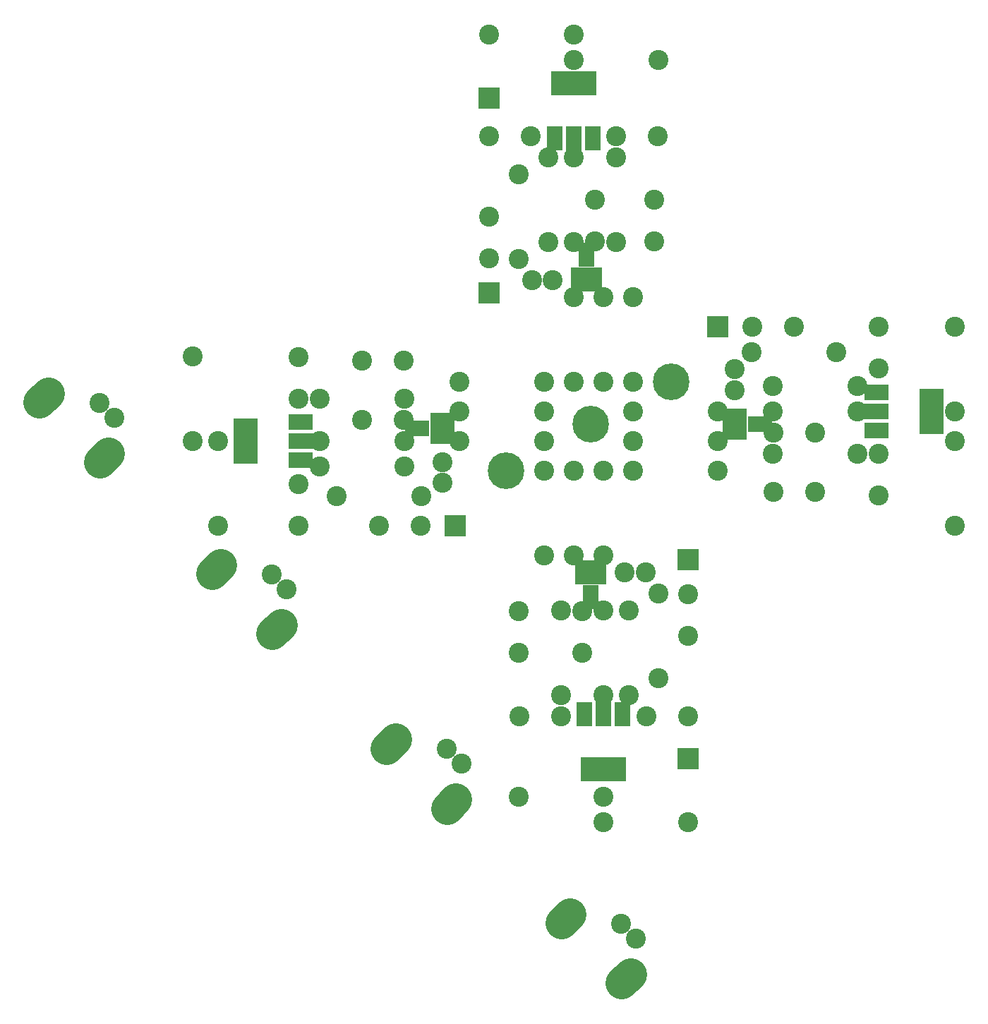
<source format=gbr>
G04 #@! TF.FileFunction,Soldermask,Bot*
%FSLAX46Y46*%
G04 Gerber Fmt 4.6, Leading zero omitted, Abs format (unit mm)*
G04 Created by KiCad (PCBNEW 4.0.1-stable) date 24/02/2016 16:46:15*
%MOMM*%
G01*
G04 APERTURE LIST*
%ADD10C,0.100000*%
%ADD11C,3.900120*%
%ADD12C,2.400000*%
%ADD13C,4.400000*%
%ADD14C,2.398980*%
%ADD15R,1.900000X2.900000*%
%ADD16R,5.400000X2.900000*%
%ADD17R,2.635200X2.635200*%
%ADD18R,2.900000X1.900000*%
%ADD19R,2.900000X5.400000*%
G04 APERTURE END LIST*
D10*
D11*
X82842797Y-89466553D02*
X83904263Y-88405087D01*
X75631651Y-82255407D02*
X76693117Y-81193941D01*
D12*
X82784425Y-82315575D03*
X84551739Y-84082890D03*
D11*
X103543797Y-110040553D02*
X104605263Y-108979087D01*
X96332651Y-102829407D02*
X97394117Y-101767941D01*
D12*
X103485425Y-102889575D03*
X105252739Y-104656890D03*
D11*
X145453797Y-151950553D02*
X146515263Y-150889087D01*
X138242651Y-144739407D02*
X139304117Y-143677941D01*
D12*
X145395425Y-144799575D03*
X147162739Y-146566890D03*
D11*
X124498797Y-130995553D02*
X125560263Y-129934087D01*
X117287651Y-123784407D02*
X118349117Y-122722941D01*
D12*
X124440425Y-123844575D03*
X126207739Y-125611890D03*
D13*
X151384000Y-79756000D03*
X131572000Y-90424000D03*
X141732000Y-84836000D03*
D12*
X176276000Y-88392000D03*
X176276000Y-93392000D03*
X114300000Y-77216000D03*
X119300000Y-77216000D03*
X159004000Y-80772000D03*
X159004000Y-78272000D03*
X168656000Y-85852000D03*
X163656000Y-85852000D03*
X140716000Y-112268000D03*
X140716000Y-107268000D03*
D14*
X143256000Y-132588000D03*
X153416000Y-132588000D03*
D12*
X153416000Y-110236000D03*
X153416000Y-105236000D03*
X153416000Y-119888000D03*
X148416000Y-119888000D03*
X133096000Y-112268000D03*
X133096000Y-107268000D03*
X145796000Y-102616000D03*
X148296000Y-102616000D03*
X138176000Y-119888000D03*
X133176000Y-119888000D03*
D15*
X140782000Y-102638860D03*
X142682000Y-102638860D03*
X141732000Y-105641140D03*
D14*
X133096000Y-129540000D03*
X143256000Y-129540000D03*
X146304000Y-107188000D03*
X146304000Y-117348000D03*
X138176000Y-107188000D03*
X138176000Y-117348000D03*
X143256000Y-100584000D03*
X143256000Y-90424000D03*
X143256000Y-117348000D03*
X143256000Y-107188000D03*
X149860000Y-105156000D03*
X149860000Y-115316000D03*
D16*
X143256000Y-126238000D03*
D15*
X143256000Y-119634000D03*
X145542000Y-119634000D03*
X140970000Y-119634000D03*
D14*
X136144000Y-100584000D03*
X136144000Y-90424000D03*
X139700000Y-100584000D03*
X139700000Y-90424000D03*
D17*
X153416000Y-101092000D03*
D12*
X114300000Y-84328000D03*
X119300000Y-84328000D03*
X123952000Y-89408000D03*
X123952000Y-91908000D03*
X168656000Y-92964000D03*
X163656000Y-92964000D03*
X106680000Y-81788000D03*
X106680000Y-76788000D03*
X176276000Y-73152000D03*
X176276000Y-78152000D03*
X166116000Y-73152000D03*
X161116000Y-73152000D03*
X106680000Y-97028000D03*
X106680000Y-92028000D03*
X129540000Y-59944000D03*
X129540000Y-64944000D03*
X142240000Y-57912000D03*
X142240000Y-62912000D03*
X137160000Y-67564000D03*
X134660000Y-67564000D03*
X149352000Y-57912000D03*
X149352000Y-62912000D03*
X144780000Y-50292000D03*
X149780000Y-50292000D03*
X129540000Y-50292000D03*
X134540000Y-50292000D03*
X116332000Y-97028000D03*
X121332000Y-97028000D03*
D17*
X129540000Y-69088000D03*
X125476000Y-97028000D03*
X153416000Y-124968000D03*
X156972000Y-73152000D03*
X129540000Y-45720000D03*
D18*
X159026860Y-85786000D03*
X159026860Y-83886000D03*
X162029140Y-84836000D03*
X123929140Y-84394000D03*
X123929140Y-86294000D03*
X120926860Y-85344000D03*
D19*
X182626000Y-83312000D03*
D18*
X176022000Y-83312000D03*
X176022000Y-81026000D03*
X176022000Y-85598000D03*
D19*
X100330000Y-86868000D03*
D18*
X106934000Y-86868000D03*
X106934000Y-89154000D03*
X106934000Y-84582000D03*
D15*
X142174000Y-67541140D03*
X140274000Y-67541140D03*
X141224000Y-64538860D03*
D16*
X139700000Y-43942000D03*
D15*
X139700000Y-50546000D03*
X137414000Y-50546000D03*
X141986000Y-50546000D03*
D14*
X156972000Y-86868000D03*
X146812000Y-86868000D03*
X156972000Y-90424000D03*
X146812000Y-90424000D03*
X125984000Y-83312000D03*
X136144000Y-83312000D03*
X161036000Y-76200000D03*
X171196000Y-76200000D03*
X173736000Y-83312000D03*
X163576000Y-83312000D03*
X156972000Y-83312000D03*
X146812000Y-83312000D03*
X125984000Y-79756000D03*
X136144000Y-79756000D03*
X121412000Y-93472000D03*
X111252000Y-93472000D03*
X109220000Y-86868000D03*
X119380000Y-86868000D03*
X125984000Y-86868000D03*
X136144000Y-86868000D03*
X163576000Y-88392000D03*
X173736000Y-88392000D03*
X185420000Y-83312000D03*
X185420000Y-73152000D03*
X163576000Y-80264000D03*
X173736000Y-80264000D03*
X185420000Y-97028000D03*
X185420000Y-86868000D03*
X119380000Y-81788000D03*
X109220000Y-81788000D03*
D12*
X93980000Y-86868000D03*
X93980000Y-76708000D03*
D14*
X119380000Y-89916000D03*
X109220000Y-89916000D03*
X97028000Y-97028000D03*
X97028000Y-86868000D03*
X143256000Y-69596000D03*
X143256000Y-79756000D03*
X146812000Y-69596000D03*
X146812000Y-79756000D03*
X133096000Y-65024000D03*
X133096000Y-54864000D03*
X139700000Y-52832000D03*
X139700000Y-62992000D03*
X139700000Y-69596000D03*
X139700000Y-79756000D03*
X144780000Y-62992000D03*
X144780000Y-52832000D03*
X139700000Y-41148000D03*
X149860000Y-41148000D03*
X136652000Y-62992000D03*
X136652000Y-52832000D03*
X129540000Y-38100000D03*
X139700000Y-38100000D03*
M02*

</source>
